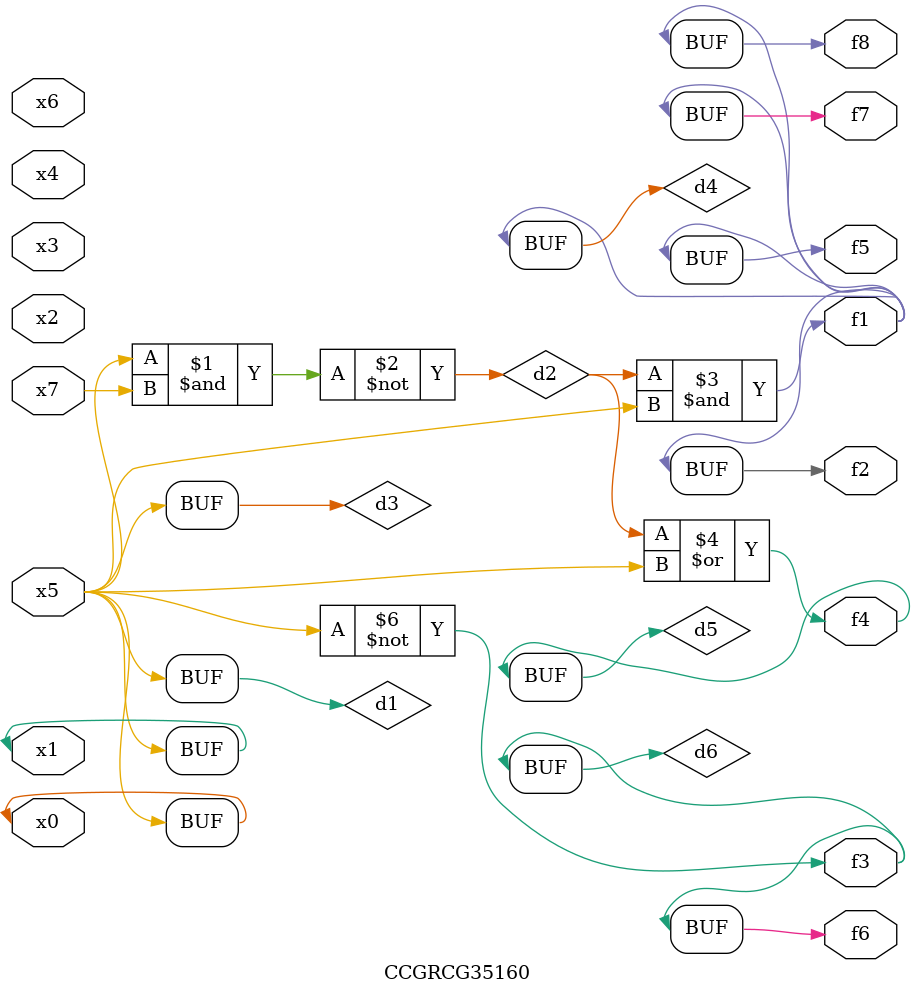
<source format=v>
module CCGRCG35160(
	input x0, x1, x2, x3, x4, x5, x6, x7,
	output f1, f2, f3, f4, f5, f6, f7, f8
);

	wire d1, d2, d3, d4, d5, d6;

	buf (d1, x0, x5);
	nand (d2, x5, x7);
	buf (d3, x0, x1);
	and (d4, d2, d3);
	or (d5, d2, d3);
	nor (d6, d1, d3);
	assign f1 = d4;
	assign f2 = d4;
	assign f3 = d6;
	assign f4 = d5;
	assign f5 = d4;
	assign f6 = d6;
	assign f7 = d4;
	assign f8 = d4;
endmodule

</source>
